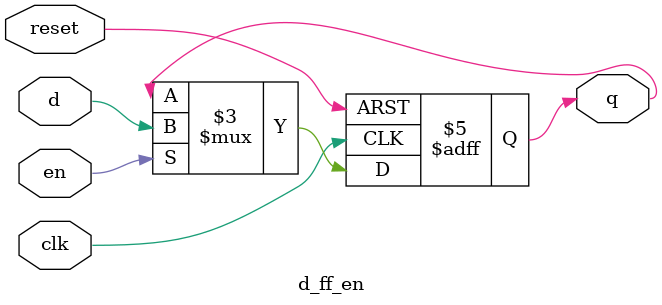
<source format=v>
module d_ff_en(
    input wire clk ,
    input wire d ,
    input wire reset ,
    input wire en,
    output reg q
);



always @(posedge clk or posedge reset) begin
    if (reset)
    q <=0;
    else if (en)
    q<=d;
    else
    q<=q;
    
end



endmodule
</source>
